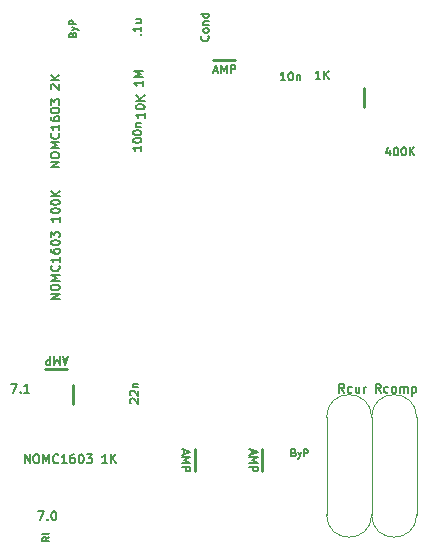
<source format=gbr>
G04 #@! TF.GenerationSoftware,KiCad,Pcbnew,(5.1.12)-1*
G04 #@! TF.CreationDate,2022-03-03T10:00:03+01:00*
G04 #@! TF.ProjectId,10V-DLTZ,3130562d-444c-4545-9a2e-6b696361645f,rev?*
G04 #@! TF.SameCoordinates,Original*
G04 #@! TF.FileFunction,Legend,Top*
G04 #@! TF.FilePolarity,Positive*
%FSLAX46Y46*%
G04 Gerber Fmt 4.6, Leading zero omitted, Abs format (unit mm)*
G04 Created by KiCad (PCBNEW (5.1.12)-1) date 2022-03-03 10:00:03*
%MOMM*%
%LPD*%
G01*
G04 APERTURE LIST*
%ADD10C,0.150000*%
%ADD11C,0.187500*%
%ADD12C,0.250000*%
%ADD13C,0.120000*%
G04 APERTURE END LIST*
D10*
X78122428Y-174342428D02*
X77836714Y-174542428D01*
X78122428Y-174685285D02*
X77522428Y-174685285D01*
X77522428Y-174456714D01*
X77551000Y-174399571D01*
X77579571Y-174371000D01*
X77636714Y-174342428D01*
X77722428Y-174342428D01*
X77779571Y-174371000D01*
X77808142Y-174399571D01*
X77836714Y-174456714D01*
X77836714Y-174685285D01*
X78122428Y-173999571D02*
X78093857Y-174056714D01*
X78036714Y-174085285D01*
X77522428Y-174085285D01*
D11*
X77192285Y-172182285D02*
X77692285Y-172182285D01*
X77370857Y-172932285D01*
X77978000Y-172860857D02*
X78013714Y-172896571D01*
X77978000Y-172932285D01*
X77942285Y-172896571D01*
X77978000Y-172860857D01*
X77978000Y-172932285D01*
X78478000Y-172182285D02*
X78549428Y-172182285D01*
X78620857Y-172218000D01*
X78656571Y-172253714D01*
X78692285Y-172325142D01*
X78728000Y-172468000D01*
X78728000Y-172646571D01*
X78692285Y-172789428D01*
X78656571Y-172860857D01*
X78620857Y-172896571D01*
X78549428Y-172932285D01*
X78478000Y-172932285D01*
X78406571Y-172896571D01*
X78370857Y-172860857D01*
X78335142Y-172789428D01*
X78299428Y-172646571D01*
X78299428Y-172468000D01*
X78335142Y-172325142D01*
X78370857Y-172253714D01*
X78406571Y-172218000D01*
X78478000Y-172182285D01*
D10*
X98828285Y-167216142D02*
X98914000Y-167244714D01*
X98942571Y-167273285D01*
X98971142Y-167330428D01*
X98971142Y-167416142D01*
X98942571Y-167473285D01*
X98914000Y-167501857D01*
X98856857Y-167530428D01*
X98628285Y-167530428D01*
X98628285Y-166930428D01*
X98828285Y-166930428D01*
X98885428Y-166959000D01*
X98914000Y-166987571D01*
X98942571Y-167044714D01*
X98942571Y-167101857D01*
X98914000Y-167159000D01*
X98885428Y-167187571D01*
X98828285Y-167216142D01*
X98628285Y-167216142D01*
X99171142Y-167130428D02*
X99314000Y-167530428D01*
X99456857Y-167130428D02*
X99314000Y-167530428D01*
X99256857Y-167673285D01*
X99228285Y-167701857D01*
X99171142Y-167730428D01*
X99685428Y-167530428D02*
X99685428Y-166930428D01*
X99914000Y-166930428D01*
X99971142Y-166959000D01*
X99999714Y-166987571D01*
X100028285Y-167044714D01*
X100028285Y-167130428D01*
X99999714Y-167187571D01*
X99971142Y-167216142D01*
X99914000Y-167244714D01*
X99685428Y-167244714D01*
D11*
X74906285Y-161387285D02*
X75406285Y-161387285D01*
X75084857Y-162137285D01*
X75692000Y-162065857D02*
X75727714Y-162101571D01*
X75692000Y-162137285D01*
X75656285Y-162101571D01*
X75692000Y-162065857D01*
X75692000Y-162137285D01*
X76442000Y-162137285D02*
X76013428Y-162137285D01*
X76227714Y-162137285D02*
X76227714Y-161387285D01*
X76156285Y-161494428D01*
X76084857Y-161565857D01*
X76013428Y-161601571D01*
D12*
X93853000Y-133985000D02*
X91948000Y-133985000D01*
X79629000Y-160147000D02*
X77724000Y-160147000D01*
X96139000Y-166878000D02*
X96139000Y-168783000D01*
X90424000Y-166878000D02*
X90424000Y-168783000D01*
D10*
X85914666Y-141245333D02*
X85914666Y-141645333D01*
X85914666Y-141445333D02*
X85214666Y-141445333D01*
X85314666Y-141512000D01*
X85381333Y-141578666D01*
X85414666Y-141645333D01*
X85214666Y-140812000D02*
X85214666Y-140745333D01*
X85248000Y-140678666D01*
X85281333Y-140645333D01*
X85348000Y-140612000D01*
X85481333Y-140578666D01*
X85648000Y-140578666D01*
X85781333Y-140612000D01*
X85848000Y-140645333D01*
X85881333Y-140678666D01*
X85914666Y-140745333D01*
X85914666Y-140812000D01*
X85881333Y-140878666D01*
X85848000Y-140912000D01*
X85781333Y-140945333D01*
X85648000Y-140978666D01*
X85481333Y-140978666D01*
X85348000Y-140945333D01*
X85281333Y-140912000D01*
X85248000Y-140878666D01*
X85214666Y-140812000D01*
X85214666Y-140145333D02*
X85214666Y-140078666D01*
X85248000Y-140012000D01*
X85281333Y-139978666D01*
X85348000Y-139945333D01*
X85481333Y-139912000D01*
X85648000Y-139912000D01*
X85781333Y-139945333D01*
X85848000Y-139978666D01*
X85881333Y-140012000D01*
X85914666Y-140078666D01*
X85914666Y-140145333D01*
X85881333Y-140212000D01*
X85848000Y-140245333D01*
X85781333Y-140278666D01*
X85648000Y-140312000D01*
X85481333Y-140312000D01*
X85348000Y-140278666D01*
X85281333Y-140245333D01*
X85248000Y-140212000D01*
X85214666Y-140145333D01*
X85448000Y-139612000D02*
X85914666Y-139612000D01*
X85514666Y-139612000D02*
X85481333Y-139578666D01*
X85448000Y-139512000D01*
X85448000Y-139412000D01*
X85481333Y-139345333D01*
X85548000Y-139312000D01*
X85914666Y-139312000D01*
X86191285Y-138439857D02*
X86191285Y-138868428D01*
X86191285Y-138654142D02*
X85441285Y-138654142D01*
X85548428Y-138725571D01*
X85619857Y-138797000D01*
X85655571Y-138868428D01*
X85441285Y-137975571D02*
X85441285Y-137904142D01*
X85477000Y-137832714D01*
X85512714Y-137797000D01*
X85584142Y-137761285D01*
X85727000Y-137725571D01*
X85905571Y-137725571D01*
X86048428Y-137761285D01*
X86119857Y-137797000D01*
X86155571Y-137832714D01*
X86191285Y-137904142D01*
X86191285Y-137975571D01*
X86155571Y-138047000D01*
X86119857Y-138082714D01*
X86048428Y-138118428D01*
X85905571Y-138154142D01*
X85727000Y-138154142D01*
X85584142Y-138118428D01*
X85512714Y-138082714D01*
X85477000Y-138047000D01*
X85441285Y-137975571D01*
X86191285Y-137404142D02*
X85441285Y-137404142D01*
X86191285Y-136975571D02*
X85762714Y-137297000D01*
X85441285Y-136975571D02*
X85869857Y-137404142D01*
X79656666Y-159268333D02*
X79323333Y-159268333D01*
X79723333Y-159068333D02*
X79490000Y-159768333D01*
X79256666Y-159068333D01*
X79023333Y-159068333D02*
X79023333Y-159768333D01*
X78790000Y-159268333D01*
X78556666Y-159768333D01*
X78556666Y-159068333D01*
X78223333Y-159068333D02*
X78223333Y-159768333D01*
X77956666Y-159768333D01*
X77890000Y-159735000D01*
X77856666Y-159701666D01*
X77823333Y-159635000D01*
X77823333Y-159535000D01*
X77856666Y-159468333D01*
X77890000Y-159435000D01*
X77956666Y-159401666D01*
X78223333Y-159401666D01*
X85027333Y-163029000D02*
X84994000Y-162995666D01*
X84960666Y-162929000D01*
X84960666Y-162762333D01*
X84994000Y-162695666D01*
X85027333Y-162662333D01*
X85094000Y-162629000D01*
X85160666Y-162629000D01*
X85260666Y-162662333D01*
X85660666Y-163062333D01*
X85660666Y-162629000D01*
X85027333Y-162362333D02*
X84994000Y-162329000D01*
X84960666Y-162262333D01*
X84960666Y-162095666D01*
X84994000Y-162029000D01*
X85027333Y-161995666D01*
X85094000Y-161962333D01*
X85160666Y-161962333D01*
X85260666Y-161995666D01*
X85660666Y-162395666D01*
X85660666Y-161962333D01*
X85194000Y-161662333D02*
X85660666Y-161662333D01*
X85260666Y-161662333D02*
X85227333Y-161629000D01*
X85194000Y-161562333D01*
X85194000Y-161462333D01*
X85227333Y-161395666D01*
X85294000Y-161362333D01*
X85660666Y-161362333D01*
X89545333Y-166977333D02*
X89545333Y-167310666D01*
X89345333Y-166910666D02*
X90045333Y-167144000D01*
X89345333Y-167377333D01*
X89345333Y-167610666D02*
X90045333Y-167610666D01*
X89545333Y-167844000D01*
X90045333Y-168077333D01*
X89345333Y-168077333D01*
X89345333Y-168410666D02*
X90045333Y-168410666D01*
X90045333Y-168677333D01*
X90012000Y-168744000D01*
X89978666Y-168777333D01*
X89912000Y-168810666D01*
X89812000Y-168810666D01*
X89745333Y-168777333D01*
X89712000Y-168744000D01*
X89678666Y-168677333D01*
X89678666Y-168410666D01*
X80094142Y-131803714D02*
X80122714Y-131718000D01*
X80151285Y-131689428D01*
X80208428Y-131660857D01*
X80294142Y-131660857D01*
X80351285Y-131689428D01*
X80379857Y-131718000D01*
X80408428Y-131775142D01*
X80408428Y-132003714D01*
X79808428Y-132003714D01*
X79808428Y-131803714D01*
X79837000Y-131746571D01*
X79865571Y-131718000D01*
X79922714Y-131689428D01*
X79979857Y-131689428D01*
X80037000Y-131718000D01*
X80065571Y-131746571D01*
X80094142Y-131803714D01*
X80094142Y-132003714D01*
X80008428Y-131460857D02*
X80408428Y-131318000D01*
X80008428Y-131175142D02*
X80408428Y-131318000D01*
X80551285Y-131375142D01*
X80579857Y-131403714D01*
X80608428Y-131460857D01*
X80408428Y-130946571D02*
X79808428Y-130946571D01*
X79808428Y-130718000D01*
X79837000Y-130660857D01*
X79865571Y-130632285D01*
X79922714Y-130603714D01*
X80008428Y-130603714D01*
X80065571Y-130632285D01*
X80094142Y-130660857D01*
X80122714Y-130718000D01*
X80122714Y-130946571D01*
X95260333Y-166977333D02*
X95260333Y-167310666D01*
X95060333Y-166910666D02*
X95760333Y-167144000D01*
X95060333Y-167377333D01*
X95060333Y-167610666D02*
X95760333Y-167610666D01*
X95260333Y-167844000D01*
X95760333Y-168077333D01*
X95060333Y-168077333D01*
X95060333Y-168410666D02*
X95760333Y-168410666D01*
X95760333Y-168677333D01*
X95727000Y-168744000D01*
X95693666Y-168777333D01*
X95627000Y-168810666D01*
X95527000Y-168810666D01*
X95460333Y-168777333D01*
X95427000Y-168744000D01*
X95393666Y-168677333D01*
X95393666Y-168410666D01*
X101069000Y-135571666D02*
X100669000Y-135571666D01*
X100869000Y-135571666D02*
X100869000Y-134871666D01*
X100802333Y-134971666D01*
X100735666Y-135038333D01*
X100669000Y-135071666D01*
X101369000Y-135571666D02*
X101369000Y-134871666D01*
X101769000Y-135571666D02*
X101469000Y-135171666D01*
X101769000Y-134871666D02*
X101369000Y-135271666D01*
X106939666Y-141582000D02*
X106939666Y-142048666D01*
X106773000Y-141315333D02*
X106606333Y-141815333D01*
X107039666Y-141815333D01*
X107439666Y-141348666D02*
X107506333Y-141348666D01*
X107573000Y-141382000D01*
X107606333Y-141415333D01*
X107639666Y-141482000D01*
X107673000Y-141615333D01*
X107673000Y-141782000D01*
X107639666Y-141915333D01*
X107606333Y-141982000D01*
X107573000Y-142015333D01*
X107506333Y-142048666D01*
X107439666Y-142048666D01*
X107373000Y-142015333D01*
X107339666Y-141982000D01*
X107306333Y-141915333D01*
X107273000Y-141782000D01*
X107273000Y-141615333D01*
X107306333Y-141482000D01*
X107339666Y-141415333D01*
X107373000Y-141382000D01*
X107439666Y-141348666D01*
X108106333Y-141348666D02*
X108173000Y-141348666D01*
X108239666Y-141382000D01*
X108273000Y-141415333D01*
X108306333Y-141482000D01*
X108339666Y-141615333D01*
X108339666Y-141782000D01*
X108306333Y-141915333D01*
X108273000Y-141982000D01*
X108239666Y-142015333D01*
X108173000Y-142048666D01*
X108106333Y-142048666D01*
X108039666Y-142015333D01*
X108006333Y-141982000D01*
X107973000Y-141915333D01*
X107939666Y-141782000D01*
X107939666Y-141615333D01*
X107973000Y-141482000D01*
X108006333Y-141415333D01*
X108039666Y-141382000D01*
X108106333Y-141348666D01*
X108639666Y-142048666D02*
X108639666Y-141348666D01*
X109039666Y-142048666D02*
X108739666Y-141648666D01*
X109039666Y-141348666D02*
X108639666Y-141748666D01*
X92047333Y-134863666D02*
X92380666Y-134863666D01*
X91980666Y-135063666D02*
X92214000Y-134363666D01*
X92447333Y-135063666D01*
X92680666Y-135063666D02*
X92680666Y-134363666D01*
X92914000Y-134863666D01*
X93147333Y-134363666D01*
X93147333Y-135063666D01*
X93480666Y-135063666D02*
X93480666Y-134363666D01*
X93747333Y-134363666D01*
X93814000Y-134397000D01*
X93847333Y-134430333D01*
X93880666Y-134497000D01*
X93880666Y-134597000D01*
X93847333Y-134663666D01*
X93814000Y-134697000D01*
X93747333Y-134730333D01*
X93480666Y-134730333D01*
X98102000Y-135698666D02*
X97702000Y-135698666D01*
X97902000Y-135698666D02*
X97902000Y-134998666D01*
X97835333Y-135098666D01*
X97768666Y-135165333D01*
X97702000Y-135198666D01*
X98535333Y-134998666D02*
X98602000Y-134998666D01*
X98668666Y-135032000D01*
X98702000Y-135065333D01*
X98735333Y-135132000D01*
X98768666Y-135265333D01*
X98768666Y-135432000D01*
X98735333Y-135565333D01*
X98702000Y-135632000D01*
X98668666Y-135665333D01*
X98602000Y-135698666D01*
X98535333Y-135698666D01*
X98468666Y-135665333D01*
X98435333Y-135632000D01*
X98402000Y-135565333D01*
X98368666Y-135432000D01*
X98368666Y-135265333D01*
X98402000Y-135132000D01*
X98435333Y-135065333D01*
X98468666Y-135032000D01*
X98535333Y-134998666D01*
X99068666Y-135232000D02*
X99068666Y-135698666D01*
X99068666Y-135298666D02*
X99102000Y-135265333D01*
X99168666Y-135232000D01*
X99268666Y-135232000D01*
X99335333Y-135265333D01*
X99368666Y-135332000D01*
X99368666Y-135698666D01*
X86064285Y-135723285D02*
X86064285Y-136151857D01*
X86064285Y-135937571D02*
X85314285Y-135937571D01*
X85421428Y-136009000D01*
X85492857Y-136080428D01*
X85528571Y-136151857D01*
X86064285Y-135401857D02*
X85314285Y-135401857D01*
X85850000Y-135151857D01*
X85314285Y-134901857D01*
X86064285Y-134901857D01*
X91563000Y-131924333D02*
X91596333Y-131957666D01*
X91629666Y-132057666D01*
X91629666Y-132124333D01*
X91596333Y-132224333D01*
X91529666Y-132291000D01*
X91463000Y-132324333D01*
X91329666Y-132357666D01*
X91229666Y-132357666D01*
X91096333Y-132324333D01*
X91029666Y-132291000D01*
X90963000Y-132224333D01*
X90929666Y-132124333D01*
X90929666Y-132057666D01*
X90963000Y-131957666D01*
X90996333Y-131924333D01*
X91629666Y-131524333D02*
X91596333Y-131591000D01*
X91563000Y-131624333D01*
X91496333Y-131657666D01*
X91296333Y-131657666D01*
X91229666Y-131624333D01*
X91196333Y-131591000D01*
X91163000Y-131524333D01*
X91163000Y-131424333D01*
X91196333Y-131357666D01*
X91229666Y-131324333D01*
X91296333Y-131291000D01*
X91496333Y-131291000D01*
X91563000Y-131324333D01*
X91596333Y-131357666D01*
X91629666Y-131424333D01*
X91629666Y-131524333D01*
X91163000Y-130991000D02*
X91629666Y-130991000D01*
X91229666Y-130991000D02*
X91196333Y-130957666D01*
X91163000Y-130891000D01*
X91163000Y-130791000D01*
X91196333Y-130724333D01*
X91263000Y-130691000D01*
X91629666Y-130691000D01*
X91629666Y-130057666D02*
X90929666Y-130057666D01*
X91596333Y-130057666D02*
X91629666Y-130124333D01*
X91629666Y-130257666D01*
X91596333Y-130324333D01*
X91563000Y-130357666D01*
X91496333Y-130391000D01*
X91296333Y-130391000D01*
X91229666Y-130357666D01*
X91196333Y-130324333D01*
X91163000Y-130257666D01*
X91163000Y-130124333D01*
X91196333Y-130057666D01*
X85848000Y-131841000D02*
X85881333Y-131807666D01*
X85914666Y-131841000D01*
X85881333Y-131874333D01*
X85848000Y-131841000D01*
X85914666Y-131841000D01*
X85914666Y-131141000D02*
X85914666Y-131541000D01*
X85914666Y-131341000D02*
X85214666Y-131341000D01*
X85314666Y-131407666D01*
X85381333Y-131474333D01*
X85414666Y-131541000D01*
X85448000Y-130541000D02*
X85914666Y-130541000D01*
X85448000Y-130841000D02*
X85814666Y-130841000D01*
X85881333Y-130807666D01*
X85914666Y-130741000D01*
X85914666Y-130641000D01*
X85881333Y-130574333D01*
X85848000Y-130541000D01*
D13*
X109220000Y-164211000D02*
X109220000Y-172466000D01*
X105410000Y-172466000D02*
X105410000Y-164211000D01*
X105410000Y-164211000D02*
G75*
G02*
X109220000Y-164211000I1905000J0D01*
G01*
X109220000Y-172466000D02*
G75*
G02*
X105410000Y-172466000I-1905000J0D01*
G01*
X105410000Y-164211000D02*
X105410000Y-172466000D01*
X101600000Y-172466000D02*
X101600000Y-164211000D01*
X101600000Y-164211000D02*
G75*
G02*
X105410000Y-164211000I1905000J0D01*
G01*
X105410000Y-172466000D02*
G75*
G02*
X101600000Y-172466000I-1905000J0D01*
G01*
D12*
X104783000Y-137970000D02*
X104783000Y-136370000D01*
X80129000Y-161496000D02*
X80129000Y-163096000D01*
D10*
X76025857Y-168106285D02*
X76025857Y-167356285D01*
X76454428Y-168106285D01*
X76454428Y-167356285D01*
X76954428Y-167356285D02*
X77097285Y-167356285D01*
X77168714Y-167392000D01*
X77240142Y-167463428D01*
X77275857Y-167606285D01*
X77275857Y-167856285D01*
X77240142Y-167999142D01*
X77168714Y-168070571D01*
X77097285Y-168106285D01*
X76954428Y-168106285D01*
X76883000Y-168070571D01*
X76811571Y-167999142D01*
X76775857Y-167856285D01*
X76775857Y-167606285D01*
X76811571Y-167463428D01*
X76883000Y-167392000D01*
X76954428Y-167356285D01*
X77597285Y-168106285D02*
X77597285Y-167356285D01*
X77847285Y-167892000D01*
X78097285Y-167356285D01*
X78097285Y-168106285D01*
X78883000Y-168034857D02*
X78847285Y-168070571D01*
X78740142Y-168106285D01*
X78668714Y-168106285D01*
X78561571Y-168070571D01*
X78490142Y-167999142D01*
X78454428Y-167927714D01*
X78418714Y-167784857D01*
X78418714Y-167677714D01*
X78454428Y-167534857D01*
X78490142Y-167463428D01*
X78561571Y-167392000D01*
X78668714Y-167356285D01*
X78740142Y-167356285D01*
X78847285Y-167392000D01*
X78883000Y-167427714D01*
X79597285Y-168106285D02*
X79168714Y-168106285D01*
X79383000Y-168106285D02*
X79383000Y-167356285D01*
X79311571Y-167463428D01*
X79240142Y-167534857D01*
X79168714Y-167570571D01*
X80240142Y-167356285D02*
X80097285Y-167356285D01*
X80025857Y-167392000D01*
X79990142Y-167427714D01*
X79918714Y-167534857D01*
X79883000Y-167677714D01*
X79883000Y-167963428D01*
X79918714Y-168034857D01*
X79954428Y-168070571D01*
X80025857Y-168106285D01*
X80168714Y-168106285D01*
X80240142Y-168070571D01*
X80275857Y-168034857D01*
X80311571Y-167963428D01*
X80311571Y-167784857D01*
X80275857Y-167713428D01*
X80240142Y-167677714D01*
X80168714Y-167642000D01*
X80025857Y-167642000D01*
X79954428Y-167677714D01*
X79918714Y-167713428D01*
X79883000Y-167784857D01*
X80775857Y-167356285D02*
X80847285Y-167356285D01*
X80918714Y-167392000D01*
X80954428Y-167427714D01*
X80990142Y-167499142D01*
X81025857Y-167642000D01*
X81025857Y-167820571D01*
X80990142Y-167963428D01*
X80954428Y-168034857D01*
X80918714Y-168070571D01*
X80847285Y-168106285D01*
X80775857Y-168106285D01*
X80704428Y-168070571D01*
X80668714Y-168034857D01*
X80633000Y-167963428D01*
X80597285Y-167820571D01*
X80597285Y-167642000D01*
X80633000Y-167499142D01*
X80668714Y-167427714D01*
X80704428Y-167392000D01*
X80775857Y-167356285D01*
X81275857Y-167356285D02*
X81740142Y-167356285D01*
X81490142Y-167642000D01*
X81597285Y-167642000D01*
X81668714Y-167677714D01*
X81704428Y-167713428D01*
X81740142Y-167784857D01*
X81740142Y-167963428D01*
X81704428Y-168034857D01*
X81668714Y-168070571D01*
X81597285Y-168106285D01*
X81383000Y-168106285D01*
X81311571Y-168070571D01*
X81275857Y-168034857D01*
X83025857Y-168106285D02*
X82597285Y-168106285D01*
X82811571Y-168106285D02*
X82811571Y-167356285D01*
X82740142Y-167463428D01*
X82668714Y-167534857D01*
X82597285Y-167570571D01*
X83347285Y-168106285D02*
X83347285Y-167356285D01*
X83775857Y-168106285D02*
X83454428Y-167677714D01*
X83775857Y-167356285D02*
X83347285Y-167784857D01*
X106174142Y-162137285D02*
X105924142Y-161780142D01*
X105745571Y-162137285D02*
X105745571Y-161387285D01*
X106031285Y-161387285D01*
X106102714Y-161423000D01*
X106138428Y-161458714D01*
X106174142Y-161530142D01*
X106174142Y-161637285D01*
X106138428Y-161708714D01*
X106102714Y-161744428D01*
X106031285Y-161780142D01*
X105745571Y-161780142D01*
X106817000Y-162101571D02*
X106745571Y-162137285D01*
X106602714Y-162137285D01*
X106531285Y-162101571D01*
X106495571Y-162065857D01*
X106459857Y-161994428D01*
X106459857Y-161780142D01*
X106495571Y-161708714D01*
X106531285Y-161673000D01*
X106602714Y-161637285D01*
X106745571Y-161637285D01*
X106817000Y-161673000D01*
X107245571Y-162137285D02*
X107174142Y-162101571D01*
X107138428Y-162065857D01*
X107102714Y-161994428D01*
X107102714Y-161780142D01*
X107138428Y-161708714D01*
X107174142Y-161673000D01*
X107245571Y-161637285D01*
X107352714Y-161637285D01*
X107424142Y-161673000D01*
X107459857Y-161708714D01*
X107495571Y-161780142D01*
X107495571Y-161994428D01*
X107459857Y-162065857D01*
X107424142Y-162101571D01*
X107352714Y-162137285D01*
X107245571Y-162137285D01*
X107817000Y-162137285D02*
X107817000Y-161637285D01*
X107817000Y-161708714D02*
X107852714Y-161673000D01*
X107924142Y-161637285D01*
X108031285Y-161637285D01*
X108102714Y-161673000D01*
X108138428Y-161744428D01*
X108138428Y-162137285D01*
X108138428Y-161744428D02*
X108174142Y-161673000D01*
X108245571Y-161637285D01*
X108352714Y-161637285D01*
X108424142Y-161673000D01*
X108459857Y-161744428D01*
X108459857Y-162137285D01*
X108817000Y-161637285D02*
X108817000Y-162387285D01*
X108817000Y-161673000D02*
X108888428Y-161637285D01*
X109031285Y-161637285D01*
X109102714Y-161673000D01*
X109138428Y-161708714D01*
X109174142Y-161780142D01*
X109174142Y-161994428D01*
X109138428Y-162065857D01*
X109102714Y-162101571D01*
X109031285Y-162137285D01*
X108888428Y-162137285D01*
X108817000Y-162101571D01*
X78977685Y-143023742D02*
X78227685Y-143023742D01*
X78977685Y-142595171D01*
X78227685Y-142595171D01*
X78227685Y-142095171D02*
X78227685Y-141952314D01*
X78263400Y-141880885D01*
X78334828Y-141809457D01*
X78477685Y-141773742D01*
X78727685Y-141773742D01*
X78870542Y-141809457D01*
X78941971Y-141880885D01*
X78977685Y-141952314D01*
X78977685Y-142095171D01*
X78941971Y-142166600D01*
X78870542Y-142238028D01*
X78727685Y-142273742D01*
X78477685Y-142273742D01*
X78334828Y-142238028D01*
X78263400Y-142166600D01*
X78227685Y-142095171D01*
X78977685Y-141452314D02*
X78227685Y-141452314D01*
X78763400Y-141202314D01*
X78227685Y-140952314D01*
X78977685Y-140952314D01*
X78906257Y-140166600D02*
X78941971Y-140202314D01*
X78977685Y-140309457D01*
X78977685Y-140380885D01*
X78941971Y-140488028D01*
X78870542Y-140559457D01*
X78799114Y-140595171D01*
X78656257Y-140630885D01*
X78549114Y-140630885D01*
X78406257Y-140595171D01*
X78334828Y-140559457D01*
X78263400Y-140488028D01*
X78227685Y-140380885D01*
X78227685Y-140309457D01*
X78263400Y-140202314D01*
X78299114Y-140166600D01*
X78977685Y-139452314D02*
X78977685Y-139880885D01*
X78977685Y-139666600D02*
X78227685Y-139666600D01*
X78334828Y-139738028D01*
X78406257Y-139809457D01*
X78441971Y-139880885D01*
X78227685Y-138809457D02*
X78227685Y-138952314D01*
X78263400Y-139023742D01*
X78299114Y-139059457D01*
X78406257Y-139130885D01*
X78549114Y-139166600D01*
X78834828Y-139166600D01*
X78906257Y-139130885D01*
X78941971Y-139095171D01*
X78977685Y-139023742D01*
X78977685Y-138880885D01*
X78941971Y-138809457D01*
X78906257Y-138773742D01*
X78834828Y-138738028D01*
X78656257Y-138738028D01*
X78584828Y-138773742D01*
X78549114Y-138809457D01*
X78513400Y-138880885D01*
X78513400Y-139023742D01*
X78549114Y-139095171D01*
X78584828Y-139130885D01*
X78656257Y-139166600D01*
X78227685Y-138273742D02*
X78227685Y-138202314D01*
X78263400Y-138130885D01*
X78299114Y-138095171D01*
X78370542Y-138059457D01*
X78513400Y-138023742D01*
X78691971Y-138023742D01*
X78834828Y-138059457D01*
X78906257Y-138095171D01*
X78941971Y-138130885D01*
X78977685Y-138202314D01*
X78977685Y-138273742D01*
X78941971Y-138345171D01*
X78906257Y-138380885D01*
X78834828Y-138416600D01*
X78691971Y-138452314D01*
X78513400Y-138452314D01*
X78370542Y-138416600D01*
X78299114Y-138380885D01*
X78263400Y-138345171D01*
X78227685Y-138273742D01*
X78227685Y-137773742D02*
X78227685Y-137309457D01*
X78513400Y-137559457D01*
X78513400Y-137452314D01*
X78549114Y-137380885D01*
X78584828Y-137345171D01*
X78656257Y-137309457D01*
X78834828Y-137309457D01*
X78906257Y-137345171D01*
X78941971Y-137380885D01*
X78977685Y-137452314D01*
X78977685Y-137666600D01*
X78941971Y-137738028D01*
X78906257Y-137773742D01*
X78299114Y-136452314D02*
X78263400Y-136416600D01*
X78227685Y-136345171D01*
X78227685Y-136166600D01*
X78263400Y-136095171D01*
X78299114Y-136059457D01*
X78370542Y-136023742D01*
X78441971Y-136023742D01*
X78549114Y-136059457D01*
X78977685Y-136488028D01*
X78977685Y-136023742D01*
X78977685Y-135702314D02*
X78227685Y-135702314D01*
X78977685Y-135273742D02*
X78549114Y-135595171D01*
X78227685Y-135273742D02*
X78656257Y-135702314D01*
X79003085Y-154228228D02*
X78253085Y-154228228D01*
X79003085Y-153799657D01*
X78253085Y-153799657D01*
X78253085Y-153299657D02*
X78253085Y-153156800D01*
X78288800Y-153085371D01*
X78360228Y-153013942D01*
X78503085Y-152978228D01*
X78753085Y-152978228D01*
X78895942Y-153013942D01*
X78967371Y-153085371D01*
X79003085Y-153156800D01*
X79003085Y-153299657D01*
X78967371Y-153371085D01*
X78895942Y-153442514D01*
X78753085Y-153478228D01*
X78503085Y-153478228D01*
X78360228Y-153442514D01*
X78288800Y-153371085D01*
X78253085Y-153299657D01*
X79003085Y-152656800D02*
X78253085Y-152656800D01*
X78788800Y-152406800D01*
X78253085Y-152156800D01*
X79003085Y-152156800D01*
X78931657Y-151371085D02*
X78967371Y-151406800D01*
X79003085Y-151513942D01*
X79003085Y-151585371D01*
X78967371Y-151692514D01*
X78895942Y-151763942D01*
X78824514Y-151799657D01*
X78681657Y-151835371D01*
X78574514Y-151835371D01*
X78431657Y-151799657D01*
X78360228Y-151763942D01*
X78288800Y-151692514D01*
X78253085Y-151585371D01*
X78253085Y-151513942D01*
X78288800Y-151406800D01*
X78324514Y-151371085D01*
X79003085Y-150656800D02*
X79003085Y-151085371D01*
X79003085Y-150871085D02*
X78253085Y-150871085D01*
X78360228Y-150942514D01*
X78431657Y-151013942D01*
X78467371Y-151085371D01*
X78253085Y-150013942D02*
X78253085Y-150156800D01*
X78288800Y-150228228D01*
X78324514Y-150263942D01*
X78431657Y-150335371D01*
X78574514Y-150371085D01*
X78860228Y-150371085D01*
X78931657Y-150335371D01*
X78967371Y-150299657D01*
X79003085Y-150228228D01*
X79003085Y-150085371D01*
X78967371Y-150013942D01*
X78931657Y-149978228D01*
X78860228Y-149942514D01*
X78681657Y-149942514D01*
X78610228Y-149978228D01*
X78574514Y-150013942D01*
X78538800Y-150085371D01*
X78538800Y-150228228D01*
X78574514Y-150299657D01*
X78610228Y-150335371D01*
X78681657Y-150371085D01*
X78253085Y-149478228D02*
X78253085Y-149406800D01*
X78288800Y-149335371D01*
X78324514Y-149299657D01*
X78395942Y-149263942D01*
X78538800Y-149228228D01*
X78717371Y-149228228D01*
X78860228Y-149263942D01*
X78931657Y-149299657D01*
X78967371Y-149335371D01*
X79003085Y-149406800D01*
X79003085Y-149478228D01*
X78967371Y-149549657D01*
X78931657Y-149585371D01*
X78860228Y-149621085D01*
X78717371Y-149656800D01*
X78538800Y-149656800D01*
X78395942Y-149621085D01*
X78324514Y-149585371D01*
X78288800Y-149549657D01*
X78253085Y-149478228D01*
X78253085Y-148978228D02*
X78253085Y-148513942D01*
X78538800Y-148763942D01*
X78538800Y-148656800D01*
X78574514Y-148585371D01*
X78610228Y-148549657D01*
X78681657Y-148513942D01*
X78860228Y-148513942D01*
X78931657Y-148549657D01*
X78967371Y-148585371D01*
X79003085Y-148656800D01*
X79003085Y-148871085D01*
X78967371Y-148942514D01*
X78931657Y-148978228D01*
X79003085Y-147228228D02*
X79003085Y-147656800D01*
X79003085Y-147442514D02*
X78253085Y-147442514D01*
X78360228Y-147513942D01*
X78431657Y-147585371D01*
X78467371Y-147656800D01*
X78253085Y-146763942D02*
X78253085Y-146692514D01*
X78288800Y-146621085D01*
X78324514Y-146585371D01*
X78395942Y-146549657D01*
X78538800Y-146513942D01*
X78717371Y-146513942D01*
X78860228Y-146549657D01*
X78931657Y-146585371D01*
X78967371Y-146621085D01*
X79003085Y-146692514D01*
X79003085Y-146763942D01*
X78967371Y-146835371D01*
X78931657Y-146871085D01*
X78860228Y-146906800D01*
X78717371Y-146942514D01*
X78538800Y-146942514D01*
X78395942Y-146906800D01*
X78324514Y-146871085D01*
X78288800Y-146835371D01*
X78253085Y-146763942D01*
X78253085Y-146049657D02*
X78253085Y-145978228D01*
X78288800Y-145906800D01*
X78324514Y-145871085D01*
X78395942Y-145835371D01*
X78538800Y-145799657D01*
X78717371Y-145799657D01*
X78860228Y-145835371D01*
X78931657Y-145871085D01*
X78967371Y-145906800D01*
X79003085Y-145978228D01*
X79003085Y-146049657D01*
X78967371Y-146121085D01*
X78931657Y-146156800D01*
X78860228Y-146192514D01*
X78717371Y-146228228D01*
X78538800Y-146228228D01*
X78395942Y-146192514D01*
X78324514Y-146156800D01*
X78288800Y-146121085D01*
X78253085Y-146049657D01*
X79003085Y-145478228D02*
X78253085Y-145478228D01*
X79003085Y-145049657D02*
X78574514Y-145371085D01*
X78253085Y-145049657D02*
X78681657Y-145478228D01*
X103098285Y-162137285D02*
X102848285Y-161780142D01*
X102669714Y-162137285D02*
X102669714Y-161387285D01*
X102955428Y-161387285D01*
X103026857Y-161423000D01*
X103062571Y-161458714D01*
X103098285Y-161530142D01*
X103098285Y-161637285D01*
X103062571Y-161708714D01*
X103026857Y-161744428D01*
X102955428Y-161780142D01*
X102669714Y-161780142D01*
X103741142Y-162101571D02*
X103669714Y-162137285D01*
X103526857Y-162137285D01*
X103455428Y-162101571D01*
X103419714Y-162065857D01*
X103384000Y-161994428D01*
X103384000Y-161780142D01*
X103419714Y-161708714D01*
X103455428Y-161673000D01*
X103526857Y-161637285D01*
X103669714Y-161637285D01*
X103741142Y-161673000D01*
X104384000Y-161637285D02*
X104384000Y-162137285D01*
X104062571Y-161637285D02*
X104062571Y-162030142D01*
X104098285Y-162101571D01*
X104169714Y-162137285D01*
X104276857Y-162137285D01*
X104348285Y-162101571D01*
X104384000Y-162065857D01*
X104741142Y-162137285D02*
X104741142Y-161637285D01*
X104741142Y-161780142D02*
X104776857Y-161708714D01*
X104812571Y-161673000D01*
X104884000Y-161637285D01*
X104955428Y-161637285D01*
M02*

</source>
